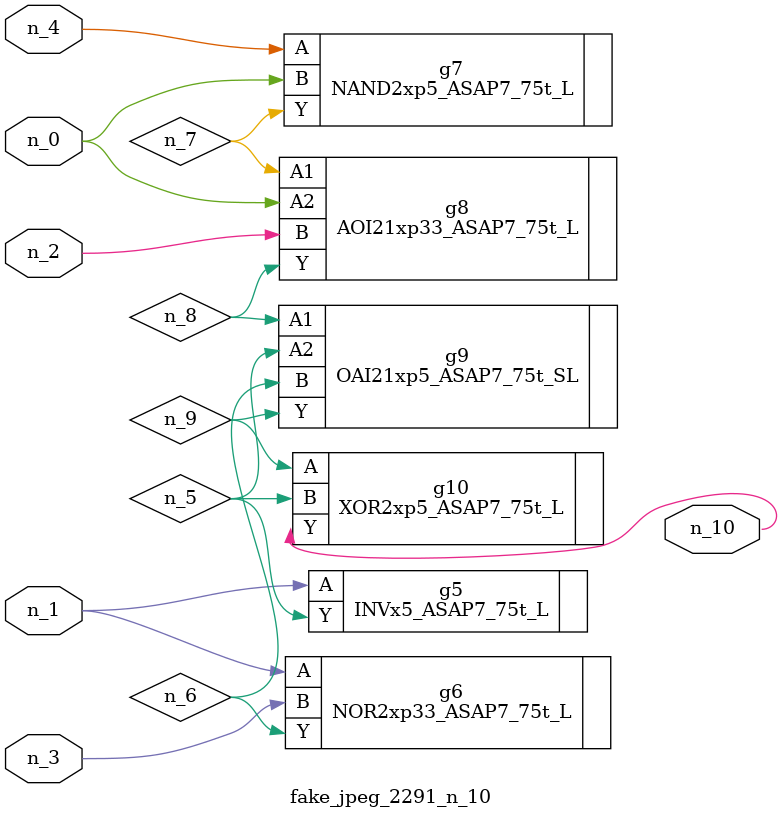
<source format=v>
module fake_jpeg_2291_n_10 (n_3, n_2, n_1, n_0, n_4, n_10);

input n_3;
input n_2;
input n_1;
input n_0;
input n_4;

output n_10;

wire n_8;
wire n_9;
wire n_6;
wire n_5;
wire n_7;

INVx5_ASAP7_75t_L g5 ( 
.A(n_1),
.Y(n_5)
);

NOR2xp33_ASAP7_75t_L g6 ( 
.A(n_1),
.B(n_3),
.Y(n_6)
);

NAND2xp5_ASAP7_75t_L g7 ( 
.A(n_4),
.B(n_0),
.Y(n_7)
);

AOI21xp33_ASAP7_75t_L g8 ( 
.A1(n_7),
.A2(n_0),
.B(n_2),
.Y(n_8)
);

OAI21xp5_ASAP7_75t_SL g9 ( 
.A1(n_8),
.A2(n_5),
.B(n_6),
.Y(n_9)
);

XOR2xp5_ASAP7_75t_L g10 ( 
.A(n_9),
.B(n_5),
.Y(n_10)
);


endmodule
</source>
